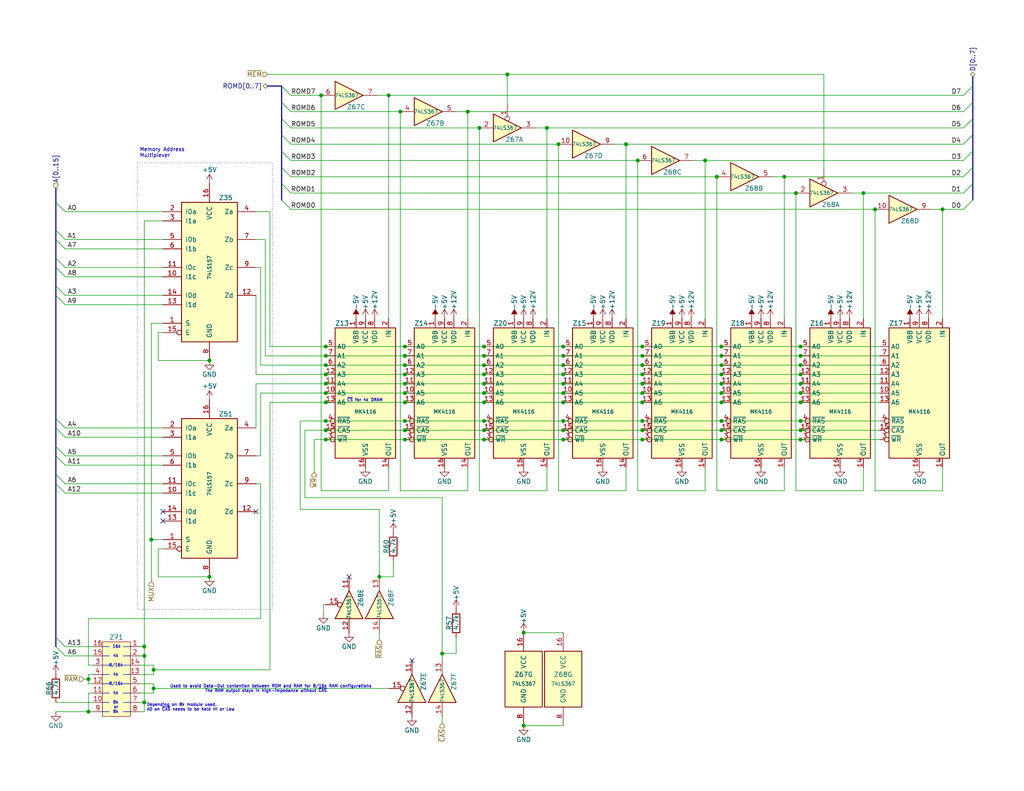
<source format=kicad_sch>
(kicad_sch (version 20230121) (generator eeschema)
  (paper "USLetter")
  (title_block (title "TRS-80 Model I") (date "2023-10-24") (rev "G") (company "RetroStack - Marcel Erz") (comment 2 "RAM and data-bus gating") (comment 4 "RAM"))
  (lib_symbols
    (symbol "74xx:74LS157" (pin_names (offset 1.016))
      (property "Reference" "U" (at -7.62 19.05 0))
      (property "Value" "74LS157" (at -7.62 -21.59 0))
      (symbol "74LS157_1_0"
        (pin input line (at -12.7 -15.24 0) (length 5.08) (name "S") (number "1"))
        (pin input line (at -12.7 -2.54 0) (length 5.08) (name "I1c") (number "10"))
        (pin input line (at -12.7 0 0) (length 5.08) (name "I0c") (number "11"))
        (pin output line (at 12.7 -7.62 180) (length 5.08) (name "Zd") (number "12"))
        (pin input line (at -12.7 -10.16 0) (length 5.08) (name "I1d") (number "13"))
        (pin input line (at -12.7 -7.62 0) (length 5.08) (name "I0d") (number "14"))
        (pin input inverted (at -12.7 -17.78 0) (length 5.08) (name "E") (number "15"))
        (pin power_in line (at 0 22.86 270) (length 5.08) (name "VCC") (number "16"))
        (pin input line (at -12.7 15.24 0) (length 5.08) (name "I0a") (number "2"))
        (pin input line (at -12.7 12.7 0) (length 5.08) (name "I1a") (number "3"))
        (pin output line (at 12.7 15.24 180) (length 5.08) (name "Za") (number "4"))
        (pin input line (at -12.7 7.62 0) (length 5.08) (name "I0b") (number "5"))
        (pin input line (at -12.7 5.08 0) (length 5.08) (name "I1b") (number "6"))
        (pin output line (at 12.7 7.62 180) (length 5.08) (name "Zb") (number "7"))
        (pin power_in line (at 0 -25.4 90) (length 5.08) (name "GND") (number "8"))
        (pin output line (at 12.7 0 180) (length 5.08) (name "Zc") (number "9"))
      )
      (symbol "74LS157_1_1"
        (rectangle (start -7.62 17.78) (end 7.62 -20.32) (stroke (width 0.254)) (fill (type background)))
      )
    )
    (symbol "Device:R" (pin_numbers hide) (pin_names (offset 0))
      (property "Reference" "R" (at 2.032 0 90))
      (property "Value" "R" (at 0 0 90))
      (symbol "R_0_1"
        (rectangle (start -1.016 -2.54) (end 1.016 2.54) (stroke (width 0.254)))
      )
      (symbol "R_1_1"
        (pin passive line (at 0 3.81 270) (length 1.27) (name "~") (number "1"))
        (pin passive line (at 0 -3.81 90) (length 1.27) (name "~") (number "2"))
      )
    )
    (symbol "RetroStackLibrary:4116"
      (property "Reference" "U" (at 0 0 0))
      (property "Value" "MK4116" (at 0 0 0))
      (symbol "4116_1_1"
        (rectangle (start -8.255 -4.445) (end 8.255 -40.005) (stroke (width 0.254)) (fill (type background)))
        (pin power_in line (at -2.54 -1.905 270) (length 2.54) (name "VBB") (number "1"))
        (pin input line (at -10.795 -22.225 0) (length 2.54) (name "A5") (number "10"))
        (pin input line (at -10.795 -19.685 0) (length 2.54) (name "A4") (number "11"))
        (pin input line (at -10.795 -17.145 0) (length 2.54) (name "A3") (number "12"))
        (pin input line (at -10.795 -24.765 0) (length 2.54) (name "A6") (number "13"))
        (pin tri_state line (at 6.35 -42.545 90) (length 2.54) (name "OUT") (number "14"))
        (pin input inverted (at -10.795 -32.385 0) (length 2.54) (name "~{CAS}") (number "15"))
        (pin power_in line (at 0 -42.545 90) (length 2.54) (name "VSS") (number "16"))
        (pin input line (at 6.35 -1.905 270) (length 2.54) (name "IN") (number "2"))
        (pin input inverted (at -10.795 -34.925 0) (length 2.54) (name "~{WR}") (number "3"))
        (pin input inverted (at -10.795 -29.845 0) (length 2.54) (name "~{RAS}") (number "4"))
        (pin input line (at -10.795 -9.525 0) (length 2.54) (name "A0") (number "5"))
        (pin input line (at -10.795 -14.605 0) (length 2.54) (name "A2") (number "6"))
        (pin input line (at -10.795 -12.065 0) (length 2.54) (name "A1") (number "7"))
        (pin power_in line (at 2.54 -1.905 270) (length 2.54) (name "VDD") (number "8"))
        (pin power_in line (at 0 -1.905 270) (length 2.54) (name "VCC") (number "9"))
      )
    )
    (symbol "RetroStackLibrary:74LS367_Split" (pin_names (offset 1.016))
      (property "Reference" "U" (at 0 1.27 0))
      (property "Value" "74LS367" (at 0 -1.27 0))
      (symbol "74LS367_Split_1_0"
        (polyline (pts (xy -3.81 3.81) (xy -3.81 -3.81) (xy 3.81 0) (xy -3.81 3.81)) (stroke (width 0.254)) (fill (type background)))
        (pin input inverted (at 0 6.35 270) (length 4.445) (name "~") (number "1"))
        (pin input line (at -7.62 0 0) (length 3.81) (name "~") (number "2"))
        (pin tri_state line (at 7.62 0 180) (length 3.81) (name "~") (number "3"))
      )
      (symbol "74LS367_Split_2_0"
        (polyline (pts (xy -3.81 3.81) (xy -3.81 -3.81) (xy 3.81 0) (xy -3.81 3.81)) (stroke (width 0.254)) (fill (type background)))
        (pin input line (at -7.62 0 0) (length 3.81) (name "~") (number "4"))
        (pin tri_state line (at 7.62 0 180) (length 3.81) (name "~") (number "5"))
      )
      (symbol "74LS367_Split_3_0"
        (polyline (pts (xy -3.81 3.81) (xy -3.81 -3.81) (xy 3.81 0) (xy -3.81 3.81)) (stroke (width 0.254)) (fill (type background)))
        (pin input line (at -7.62 0 0) (length 3.81) (name "~") (number "6"))
        (pin tri_state line (at 7.62 0 180) (length 3.81) (name "~") (number "7"))
      )
      (symbol "74LS367_Split_4_0"
        (polyline (pts (xy -3.81 3.81) (xy -3.81 -3.81) (xy 3.81 0) (xy -3.81 3.81)) (stroke (width 0.254)) (fill (type background)))
        (pin input line (at -7.62 0 0) (length 3.81) (name "~") (number "10"))
        (pin tri_state line (at 7.62 0 180) (length 3.81) (name "~") (number "9"))
      )
      (symbol "74LS367_Split_5_0"
        (polyline (pts (xy -3.175 -2.54) (xy -3.175 -10.16) (xy 4.445 -6.35) (xy -3.175 -2.54)) (stroke (width 0.254)) (fill (type background)))
        (pin tri_state line (at 8.255 -6.35 180) (length 3.81) (name "~") (number "11"))
        (pin input line (at -6.985 -6.35 0) (length 3.81) (name "~") (number "12"))
        (pin input inverted (at 0.635 0 270) (length 4.445) (name "~") (number "15"))
      )
      (symbol "74LS367_Split_6_0"
        (polyline (pts (xy -3.81 3.81) (xy -3.81 -3.81) (xy 3.81 0) (xy -3.81 3.81)) (stroke (width 0.254)) (fill (type background)))
        (pin tri_state line (at 7.62 0 180) (length 3.81) (name "~") (number "13"))
        (pin input line (at -7.62 0 0) (length 3.81) (name "~") (number "14"))
      )
      (symbol "74LS367_Split_7_0"
        (pin power_in line (at 0 1.905 270) (length 5.08) (name "VCC") (number "16"))
        (pin power_in line (at 0 -23.495 90) (length 5.08) (name "GND") (number "8"))
      )
      (symbol "74LS367_Split_7_1"
        (rectangle (start -5.08 -3.175) (end 5.08 -18.415) (stroke (width 0.254)) (fill (type background)))
      )
    )
    (symbol "RetroStackLibrary:TRS80ModelIX71"
      (property "Reference" "X" (at 0 0 0))
      (symbol "TRS80ModelIX71_1_1"
        (rectangle (start -3.81 -1.27) (end 3.81 -21.59) (fill (type background)))
        (pin passive line (at 6.35 -2.54 180) (length 2.54) (name "~") (number "1"))
        (pin passive line (at -6.35 -17.78 0) (length 2.54) (name "~") (number "10"))
        (pin passive line (at -6.35 -15.24 0) (length 2.54) (name "~") (number "11"))
        (pin passive line (at -6.35 -12.7 0) (length 2.54) (name "~") (number "12"))
        (pin passive line (at 6.35 -10.16 180) (length 2.54) (name "~") (number "13"))
        (pin passive line (at 6.35 -7.62 180) (length 2.54) (name "~") (number "14"))
        (pin passive line (at -6.35 -5.08 0) (length 2.54) (name "~") (number "15"))
        (pin passive line (at -6.35 -2.54 0) (length 2.54) (name "~") (number "16"))
        (pin passive line (at 6.35 -5.08 180) (length 2.54) (name "~") (number "2"))
        (pin passive line (at -6.35 -7.62 0) (length 2.54) (name "~") (number "3"))
        (pin passive line (at -6.35 -10.16 0) (length 2.54) (name "~") (number "4"))
        (pin passive line (at 6.35 -12.7 180) (length 2.54) (name "~") (number "5"))
        (pin passive line (at 6.35 -15.24 180) (length 2.54) (name "~") (number "6"))
        (pin passive line (at 6.35 -17.78 180) (length 2.54) (name "~") (number "7"))
        (pin passive line (at 6.35 -20.32 180) (length 2.54) (name "~") (number "8"))
        (pin passive line (at -6.35 -20.32 0) (length 2.54) (name "~") (number "9"))
      )
    )
    (symbol "power:+12V" (power) (pin_names (offset 0))
      (property "Value" "+12V" (at 0 3.556 0))
      (symbol "+12V_0_1"
        (polyline (pts (xy -0.762 1.27) (xy 0 2.54)))
        (polyline (pts (xy 0 0) (xy 0 2.54)))
        (polyline (pts (xy 0 2.54) (xy 0.762 1.27)))
      )
      (symbol "+12V_1_1"
        (pin power_in line (at 0 0 90) (length 0) hide (name "+12V") (number "1"))
      )
    )
    (symbol "power:+5V" (power) (pin_names (offset 0))
      (property "Value" "+5V" (at 0 3.556 0))
      (symbol "+5V_0_1"
        (polyline (pts (xy -0.762 1.27) (xy 0 2.54)))
        (polyline (pts (xy 0 0) (xy 0 2.54)))
        (polyline (pts (xy 0 2.54) (xy 0.762 1.27)))
      )
      (symbol "+5V_1_1"
        (pin power_in line (at 0 0 90) (length 0) hide (name "+5V") (number "1"))
      )
    )
    (symbol "power:-5V" (power) (pin_names (offset 0))
      (property "Value" "-5V" (at 0 3.81 0))
      (symbol "-5V_0_0"
        (pin power_in line (at 0 0 90) (length 0) hide (name "-5V") (number "1"))
      )
      (symbol "-5V_0_1"
        (polyline (pts (xy 0 0) (xy 0 1.27) (xy 0.762 1.27) (xy 0 2.54) (xy -0.762 1.27) (xy 0 1.27)) (fill (type outline)))
      )
    )
    (symbol "power:GND" (power) (pin_names (offset 0))
      (property "Value" "GND" (at 0 -3.81 0))
      (symbol "GND_0_1"
        (polyline (pts (xy 0 0) (xy 0 -1.27) (xy 1.27 -1.27) (xy 0 -2.54) (xy -1.27 -1.27) (xy 0 -1.27)))
      )
      (symbol "GND_1_1"
        (pin power_in line (at 0 0 270) (length 0) hide (name "GND") (number "1"))
      )
    )
  )
  (junction (at 103.505 157.48))
  (junction (at 110.49 94.615))
  (junction (at 175.26 94.615))
  (junction (at 41.275 147.32))
  (junction (at 153.67 99.695))
  (junction (at 175.26 120.015))
  (junction (at 132.08 117.475))
  (junction (at 173.99 43.815))
  (junction (at 110.49 120.015))
  (junction (at 88.9 102.235))
  (junction (at 196.85 99.695))
  (junction (at 57.15 98.425))
  (junction (at 235.585 52.705))
  (junction (at 132.08 104.775))
  (junction (at 88.9 107.315))
  (junction (at 218.44 114.935))
  (junction (at 153.67 104.775))
  (junction (at 218.44 120.015))
  (junction (at 196.85 120.015))
  (junction (at 127.635 30.48))
  (junction (at 106.045 26.035))
  (junction (at 132.08 107.315))
  (junction (at 175.26 102.235))
  (junction (at 120.65 178.435))
  (junction (at 196.85 109.855))
  (junction (at 175.26 109.855))
  (junction (at 110.49 104.775))
  (junction (at 132.08 102.235))
  (junction (at 132.08 97.155))
  (junction (at 88.9 97.155))
  (junction (at 110.49 97.155))
  (junction (at 39.37 176.53))
  (junction (at 24.13 194.31))
  (junction (at 149.225 34.925))
  (junction (at 41.91 182.88))
  (junction (at 138.43 20.32))
  (junction (at 175.26 99.695))
  (junction (at 153.67 94.615))
  (junction (at 132.08 109.855))
  (junction (at 218.44 107.315))
  (junction (at 170.815 39.37))
  (junction (at 218.44 99.695))
  (junction (at 196.85 114.935))
  (junction (at 88.9 117.475))
  (junction (at 88.9 109.855))
  (junction (at 153.67 117.475))
  (junction (at 152.4 39.37))
  (junction (at 195.58 48.26))
  (junction (at 39.37 179.07))
  (junction (at 217.17 52.705))
  (junction (at 257.175 57.15))
  (junction (at 175.26 114.935))
  (junction (at 130.81 34.925))
  (junction (at 110.49 107.315))
  (junction (at 175.26 117.475))
  (junction (at 218.44 94.615))
  (junction (at 132.08 94.615))
  (junction (at 24.13 185.42))
  (junction (at 192.405 43.815))
  (junction (at 87.63 26.035))
  (junction (at 110.49 102.235))
  (junction (at 218.44 117.475))
  (junction (at 175.26 107.315))
  (junction (at 142.875 198.12))
  (junction (at 213.995 48.26))
  (junction (at 175.26 104.775))
  (junction (at 153.67 109.855))
  (junction (at 153.67 114.935))
  (junction (at 218.44 104.775))
  (junction (at 196.85 104.775))
  (junction (at 110.49 117.475))
  (junction (at 132.08 99.695))
  (junction (at 175.26 97.155))
  (junction (at 196.85 117.475))
  (junction (at 88.9 104.775))
  (junction (at 39.37 191.77))
  (junction (at 153.67 120.015))
  (junction (at 153.67 97.155))
  (junction (at 196.85 102.235))
  (junction (at 110.49 114.935))
  (junction (at 41.91 187.96))
  (junction (at 196.85 94.615))
  (junction (at 142.875 172.72))
  (junction (at 218.44 102.235))
  (junction (at 88.9 114.935))
  (junction (at 238.76 57.15))
  (junction (at 153.67 102.235))
  (junction (at 109.22 30.48))
  (junction (at 88.9 99.695))
  (junction (at 218.44 109.855))
  (junction (at 196.85 107.315))
  (junction (at 88.9 120.015))
  (junction (at 132.08 114.935))
  (junction (at 110.49 99.695))
  (junction (at 57.15 157.48))
  (junction (at 88.9 94.615))
  (junction (at 218.44 97.155))
  (junction (at 196.85 97.155))
  (junction (at 110.49 109.855))
  (junction (at 132.08 120.015))
  (junction (at 153.67 107.315))
  (no_connect (at 95.25 157.48))
  (no_connect (at 44.45 139.7))
  (no_connect (at 69.85 139.7))
  (no_connect (at 112.395 180.34))
  (no_connect (at 44.45 142.24))
  (bus_entry (at 17.78 75.565) (size -2.54 -2.54))
  (bus_entry (at 17.78 73.025) (size -2.54 -2.54))
  (bus_entry (at 17.78 124.46) (size -2.54 -2.54))
  (bus_entry (at 262.89 26.035) (size 2.54 -2.54))
  (bus_entry (at 17.78 80.645) (size -2.54 -2.54))
  (bus_entry (at 262.89 43.815) (size 2.54 -2.54))
  (bus_entry (at 17.78 179.07) (size -2.54 -2.54))
  (bus_entry (at 76.835 32.385) (size 2.54 2.54))
  (bus_entry (at 79.375 26.035) (size -2.54 -2.54))
  (bus_entry (at 17.78 176.53) (size -2.54 -2.54))
  (bus_entry (at 17.78 119.38) (size -2.54 -2.54))
  (bus_entry (at 262.89 52.705) (size 2.54 -2.54))
  (bus_entry (at 17.78 83.185) (size -2.54 -2.54))
  (bus_entry (at 17.78 67.945) (size -2.54 -2.54))
  (bus_entry (at 17.78 127) (size -2.54 -2.54))
  (bus_entry (at 17.78 116.84) (size -2.54 -2.54))
  (bus_entry (at 262.89 30.48) (size 2.54 -2.54))
  (bus_entry (at 17.78 57.785) (size -2.54 -2.54))
  (bus_entry (at 76.835 27.94) (size 2.54 2.54))
  (bus_entry (at 17.78 65.405) (size -2.54 -2.54))
  (bus_entry (at 17.78 134.62) (size -2.54 -2.54))
  (bus_entry (at 76.835 54.61) (size 2.54 2.54))
  (bus_entry (at 76.835 50.165) (size 2.54 2.54))
  (bus_entry (at 76.835 45.72) (size 2.54 2.54))
  (bus_entry (at 17.78 132.08) (size -2.54 -2.54))
  (bus_entry (at 262.89 39.37) (size 2.54 -2.54))
  (bus_entry (at 76.835 41.275) (size 2.54 2.54))
  (bus_entry (at 262.89 34.925) (size 2.54 -2.54))
  (bus_entry (at 262.89 48.26) (size 2.54 -2.54))
  (bus_entry (at 76.835 36.83) (size 2.54 2.54))
  (bus_entry (at 262.89 57.15) (size 2.54 -2.54))
  (wire (pts (xy 110.49 97.155) (xy 132.08 97.155)))
  (wire (pts (xy 88.9 107.315) (xy 110.49 107.315)))
  (wire (pts (xy 73.66 109.855) (xy 73.66 182.88)))
  (wire (pts (xy 224.79 20.32) (xy 138.43 20.32)))
  (wire (pts (xy 72.39 65.405) (xy 72.39 97.155)))
  (wire (pts (xy 153.67 97.155) (xy 175.26 97.155)))
  (wire (pts (xy 152.4 133.985) (xy 152.4 39.37)))
  (wire (pts (xy 106.045 26.035) (xy 262.89 26.035)))
  (wire (pts (xy 72.39 97.155) (xy 88.9 97.155)))
  (wire (pts (xy 218.44 117.475) (xy 240.03 117.475)))
  (bus (pts (xy 265.43 54.61) (xy 265.43 50.165)))
  (wire (pts (xy 69.85 104.775) (xy 88.9 104.775)))
  (wire (pts (xy 39.37 176.53) (xy 39.37 179.07)))
  (wire (pts (xy 24.13 185.42) (xy 24.13 184.15)))
  (wire (pts (xy 257.175 127.635) (xy 257.175 133.985)))
  (wire (pts (xy 79.375 34.925) (xy 130.81 34.925)))
  (wire (pts (xy 39.37 60.325) (xy 39.37 176.53)))
  (wire (pts (xy 69.85 57.785) (xy 73.66 57.785)))
  (wire (pts (xy 69.85 102.235) (xy 88.9 102.235)))
  (wire (pts (xy 85.725 128.905) (xy 85.725 120.015)))
  (bus (pts (xy 265.43 50.165) (xy 265.43 45.72)))
  (wire (pts (xy 38.1 194.31) (xy 39.37 194.31)))
  (wire (pts (xy 232.41 52.705) (xy 235.585 52.705)))
  (wire (pts (xy 69.85 73.025) (xy 71.12 73.025)))
  (wire (pts (xy 81.915 114.935) (xy 88.9 114.935)))
  (wire (pts (xy 79.375 48.26) (xy 195.58 48.26)))
  (wire (pts (xy 224.79 46.355) (xy 224.79 20.32)))
  (wire (pts (xy 41.91 182.88) (xy 73.66 182.88)))
  (wire (pts (xy 41.91 181.61) (xy 41.91 182.88)))
  (wire (pts (xy 175.26 120.015) (xy 196.85 120.015)))
  (wire (pts (xy 175.26 117.475) (xy 196.85 117.475)))
  (wire (pts (xy 41.91 189.23) (xy 38.1 189.23)))
  (wire (pts (xy 213.995 48.26) (xy 262.89 48.26)))
  (wire (pts (xy 110.49 99.695) (xy 132.08 99.695)))
  (wire (pts (xy 142.875 172.72) (xy 153.67 172.72)))
  (wire (pts (xy 146.05 34.925) (xy 149.225 34.925)))
  (wire (pts (xy 175.26 97.155) (xy 196.85 97.155)))
  (wire (pts (xy 110.49 114.935) (xy 132.08 114.935)))
  (wire (pts (xy 196.85 102.235) (xy 218.44 102.235)))
  (wire (pts (xy 17.78 119.38) (xy 44.45 119.38)))
  (wire (pts (xy 132.08 120.015) (xy 153.67 120.015)))
  (wire (pts (xy 120.65 178.435) (xy 120.65 180.34)))
  (wire (pts (xy 170.815 39.37) (xy 170.815 86.995)))
  (bus (pts (xy 15.24 173.99) (xy 15.24 132.08)))
  (polyline (pts (xy 33.655 181.61) (xy 35.56 181.61)))
  (polyline (pts (xy 33.655 176.53) (xy 35.56 176.53)))
  (wire (pts (xy 88.9 104.775) (xy 110.49 104.775)))
  (wire (pts (xy 41.275 147.32) (xy 44.45 147.32)))
  (wire (pts (xy 175.26 114.935) (xy 196.85 114.935)))
  (wire (pts (xy 110.49 104.775) (xy 132.08 104.775)))
  (wire (pts (xy 38.1 186.69) (xy 41.91 186.69)))
  (wire (pts (xy 218.44 114.935) (xy 240.03 114.935)))
  (wire (pts (xy 127.635 133.985) (xy 109.22 133.985)))
  (wire (pts (xy 153.67 104.775) (xy 175.26 104.775)))
  (wire (pts (xy 88.265 165.1) (xy 88.9 165.1)))
  (wire (pts (xy 196.85 107.315) (xy 218.44 107.315)))
  (wire (pts (xy 22.86 185.42) (xy 24.13 185.42)))
  (wire (pts (xy 38.1 181.61) (xy 41.91 181.61)))
  (wire (pts (xy 17.78 83.185) (xy 44.45 83.185)))
  (wire (pts (xy 103.505 139.065) (xy 81.915 139.065)))
  (wire (pts (xy 69.85 80.645) (xy 69.85 102.235)))
  (bus (pts (xy 15.24 78.105) (xy 15.24 73.025)))
  (wire (pts (xy 15.24 191.77) (xy 25.4 191.77)))
  (bus (pts (xy 76.835 32.385) (xy 76.835 27.94)))
  (wire (pts (xy 127.635 127.635) (xy 127.635 133.985)))
  (bus (pts (xy 76.835 45.72) (xy 76.835 41.275)))
  (wire (pts (xy 192.405 43.815) (xy 262.89 43.815)))
  (wire (pts (xy 85.725 120.015) (xy 88.9 120.015)))
  (wire (pts (xy 120.65 135.89) (xy 120.65 178.435)))
  (bus (pts (xy 15.24 80.645) (xy 15.24 78.105)))
  (wire (pts (xy 41.91 187.96) (xy 41.91 189.23)))
  (wire (pts (xy 218.44 104.775) (xy 240.03 104.775)))
  (wire (pts (xy 132.08 114.935) (xy 153.67 114.935)))
  (polyline (pts (xy 33.655 186.69) (xy 35.56 186.69)))
  (wire (pts (xy 17.78 67.945) (xy 44.45 67.945)))
  (wire (pts (xy 43.18 90.805) (xy 44.45 90.805)))
  (wire (pts (xy 218.44 99.695) (xy 240.03 99.695)))
  (wire (pts (xy 132.08 109.855) (xy 153.67 109.855)))
  (bus (pts (xy 15.24 116.84) (xy 15.24 114.3)))
  (wire (pts (xy 79.375 30.48) (xy 109.22 30.48)))
  (bus (pts (xy 15.24 114.3) (xy 15.24 80.645)))
  (wire (pts (xy 192.405 43.815) (xy 192.405 86.995)))
  (wire (pts (xy 71.12 73.025) (xy 71.12 99.695)))
  (wire (pts (xy 102.87 26.035) (xy 106.045 26.035)))
  (wire (pts (xy 196.85 99.695) (xy 218.44 99.695)))
  (wire (pts (xy 73.66 57.785) (xy 73.66 94.615)))
  (wire (pts (xy 17.78 65.405) (xy 44.45 65.405)))
  (wire (pts (xy 189.23 43.815) (xy 192.405 43.815)))
  (bus (pts (xy 265.43 32.385) (xy 265.43 27.94)))
  (bus (pts (xy 15.24 124.46) (xy 15.24 129.54)))
  (wire (pts (xy 213.995 133.985) (xy 195.58 133.985)))
  (wire (pts (xy 17.78 80.645) (xy 44.45 80.645)))
  (wire (pts (xy 175.26 104.775) (xy 196.85 104.775)))
  (wire (pts (xy 170.815 127.635) (xy 170.815 133.985)))
  (wire (pts (xy 192.405 127.635) (xy 192.405 133.985)))
  (bus (pts (xy 15.24 65.405) (xy 15.24 62.865)))
  (polyline (pts (xy 33.655 191.77) (xy 35.56 191.77)))
  (wire (pts (xy 43.18 157.48) (xy 57.15 157.48)))
  (wire (pts (xy 24.13 181.61) (xy 25.4 181.61)))
  (wire (pts (xy 149.225 127.635) (xy 149.225 133.985)))
  (wire (pts (xy 17.78 124.46) (xy 44.45 124.46)))
  (wire (pts (xy 106.045 26.035) (xy 106.045 86.995)))
  (wire (pts (xy 175.26 109.855) (xy 196.85 109.855)))
  (wire (pts (xy 132.08 104.775) (xy 153.67 104.775)))
  (polyline (pts (xy 33.655 189.23) (xy 35.56 189.23)))
  (wire (pts (xy 88.9 109.855) (xy 110.49 109.855)))
  (wire (pts (xy 103.505 174.625) (xy 103.505 172.72)))
  (wire (pts (xy 213.995 127.635) (xy 213.995 133.985)))
  (wire (pts (xy 110.49 102.235) (xy 132.08 102.235)))
  (wire (pts (xy 39.37 179.07) (xy 39.37 191.77)))
  (wire (pts (xy 38.1 179.07) (xy 39.37 179.07)))
  (wire (pts (xy 132.08 94.615) (xy 153.67 94.615)))
  (wire (pts (xy 17.78 75.565) (xy 44.45 75.565)))
  (bus (pts (xy 15.24 132.08) (xy 15.24 129.54)))
  (wire (pts (xy 127.635 30.48) (xy 262.89 30.48)))
  (wire (pts (xy 17.78 176.53) (xy 25.4 176.53)))
  (wire (pts (xy 110.49 94.615) (xy 132.08 94.615)))
  (wire (pts (xy 132.08 99.695) (xy 153.67 99.695)))
  (wire (pts (xy 88.9 99.695) (xy 110.49 99.695)))
  (wire (pts (xy 17.78 57.785) (xy 44.45 57.785)))
  (wire (pts (xy 110.49 120.015) (xy 132.08 120.015)))
  (wire (pts (xy 196.85 109.855) (xy 218.44 109.855)))
  (wire (pts (xy 218.44 107.315) (xy 240.03 107.315)))
  (wire (pts (xy 196.85 94.615) (xy 218.44 94.615)))
  (wire (pts (xy 39.37 191.77) (xy 38.1 191.77)))
  (wire (pts (xy 88.9 117.475) (xy 83.185 117.475)))
  (wire (pts (xy 103.505 157.48) (xy 103.505 139.065)))
  (bus (pts (xy 76.835 27.94) (xy 76.835 23.495)))
  (wire (pts (xy 218.44 97.155) (xy 240.03 97.155)))
  (wire (pts (xy 109.22 133.985) (xy 109.22 30.48)))
  (wire (pts (xy 132.08 97.155) (xy 153.67 97.155)))
  (wire (pts (xy 196.85 114.935) (xy 218.44 114.935)))
  (wire (pts (xy 88.9 114.935) (xy 110.49 114.935)))
  (wire (pts (xy 88.9 97.155) (xy 110.49 97.155)))
  (wire (pts (xy 24.13 189.23) (xy 24.13 194.31)))
  (wire (pts (xy 149.225 133.985) (xy 130.81 133.985)))
  (wire (pts (xy 138.43 28.575) (xy 138.43 20.32)))
  (wire (pts (xy 79.375 26.035) (xy 87.63 26.035)))
  (bus (pts (xy 15.24 124.46) (xy 15.24 121.92)))
  (wire (pts (xy 43.18 149.86) (xy 44.45 149.86)))
  (wire (pts (xy 24.13 168.91) (xy 24.13 181.61)))
  (wire (pts (xy 110.49 109.855) (xy 132.08 109.855)))
  (wire (pts (xy 69.85 132.08) (xy 71.12 132.08)))
  (wire (pts (xy 149.225 34.925) (xy 149.225 86.995)))
  (polyline (pts (xy 27.94 191.77) (xy 29.845 191.77)))
  (wire (pts (xy 38.1 176.53) (xy 39.37 176.53)))
  (bus (pts (xy 265.43 36.83) (xy 265.43 32.385)))
  (wire (pts (xy 88.9 94.615) (xy 110.49 94.615)))
  (wire (pts (xy 71.12 168.91) (xy 24.13 168.91)))
  (wire (pts (xy 124.46 178.435) (xy 120.65 178.435)))
  (wire (pts (xy 17.78 127) (xy 44.45 127)))
  (wire (pts (xy 235.585 52.705) (xy 235.585 86.995)))
  (wire (pts (xy 170.815 39.37) (xy 262.89 39.37)))
  (wire (pts (xy 79.375 43.815) (xy 173.99 43.815)))
  (bus (pts (xy 15.24 65.405) (xy 15.24 70.485)))
  (wire (pts (xy 88.9 117.475) (xy 110.49 117.475)))
  (polyline (pts (xy 27.94 181.61) (xy 29.845 181.61)))
  (wire (pts (xy 71.12 132.08) (xy 71.12 168.91)))
  (wire (pts (xy 41.275 147.32) (xy 41.275 158.75)))
  (bus (pts (xy 265.43 23.495) (xy 265.43 20.955)))
  (wire (pts (xy 24.13 185.42) (xy 24.13 186.69)))
  (wire (pts (xy 153.67 120.015) (xy 175.26 120.015)))
  (polyline (pts (xy 27.94 189.23) (xy 29.845 189.23)))
  (bus (pts (xy 15.24 173.99) (xy 15.24 176.53)))
  (wire (pts (xy 170.815 133.985) (xy 152.4 133.985)))
  (wire (pts (xy 254 57.15) (xy 257.175 57.15)))
  (wire (pts (xy 39.37 194.31) (xy 39.37 191.77)))
  (wire (pts (xy 17.78 73.025) (xy 44.45 73.025)))
  (wire (pts (xy 124.46 173.99) (xy 124.46 178.435)))
  (wire (pts (xy 153.67 94.615) (xy 175.26 94.615)))
  (wire (pts (xy 43.18 98.425) (xy 57.15 98.425)))
  (bus (pts (xy 76.835 50.165) (xy 76.835 45.72)))
  (wire (pts (xy 83.185 135.89) (xy 120.65 135.89)))
  (wire (pts (xy 69.85 124.46) (xy 71.12 124.46)))
  (polyline (pts (xy 33.655 184.15) (xy 35.56 184.15)))
  (wire (pts (xy 175.26 99.695) (xy 196.85 99.695)))
  (polyline (pts (xy 27.94 176.53) (xy 29.845 176.53)))
  (bus (pts (xy 15.24 73.025) (xy 15.24 70.485)))
  (wire (pts (xy 175.26 107.315) (xy 196.85 107.315)))
  (wire (pts (xy 257.175 57.15) (xy 257.175 86.995)))
  (wire (pts (xy 17.78 179.07) (xy 25.4 179.07)))
  (bus (pts (xy 265.43 41.275) (xy 265.43 36.83)))
  (wire (pts (xy 110.49 117.475) (xy 132.08 117.475)))
  (wire (pts (xy 210.82 48.26) (xy 213.995 48.26)))
  (polyline (pts (xy 33.655 179.07) (xy 35.56 179.07)))
  (wire (pts (xy 213.995 48.26) (xy 213.995 86.995)))
  (wire (pts (xy 43.18 90.805) (xy 43.18 98.425)))
  (wire (pts (xy 24.13 194.31) (xy 25.4 194.31)))
  (wire (pts (xy 196.85 120.015) (xy 218.44 120.015)))
  (wire (pts (xy 71.12 107.315) (xy 88.9 107.315)))
  (wire (pts (xy 130.81 133.985) (xy 130.81 34.925)))
  (wire (pts (xy 127.635 30.48) (xy 127.635 86.995)))
  (wire (pts (xy 257.175 133.985) (xy 238.76 133.985)))
  (wire (pts (xy 17.78 134.62) (xy 44.45 134.62)))
  (wire (pts (xy 153.67 107.315) (xy 175.26 107.315)))
  (wire (pts (xy 124.46 30.48) (xy 127.635 30.48)))
  (wire (pts (xy 79.375 52.705) (xy 217.17 52.705)))
  (bus (pts (xy 76.835 41.275) (xy 76.835 36.83)))
  (wire (pts (xy 88.265 167.64) (xy 88.265 165.1)))
  (bus (pts (xy 15.24 62.865) (xy 15.24 55.245)))
  (wire (pts (xy 132.08 107.315) (xy 153.67 107.315)))
  (wire (pts (xy 71.12 99.695) (xy 88.9 99.695)))
  (polyline (pts (xy 27.94 186.69) (xy 29.845 186.69)))
  (wire (pts (xy 41.91 187.96) (xy 41.91 186.69)))
  (wire (pts (xy 73.66 94.615) (xy 88.9 94.615)))
  (bus (pts (xy 265.43 27.94) (xy 265.43 23.495)))
  (wire (pts (xy 107.315 153.035) (xy 107.315 157.48)))
  (wire (pts (xy 81.915 139.065) (xy 81.915 114.935)))
  (wire (pts (xy 153.67 114.935) (xy 175.26 114.935)))
  (polyline (pts (xy 27.94 184.15) (xy 29.845 184.15)))
  (wire (pts (xy 132.08 117.475) (xy 153.67 117.475)))
  (wire (pts (xy 69.85 116.84) (xy 69.85 104.775)))
  (wire (pts (xy 175.26 102.235) (xy 196.85 102.235)))
  (wire (pts (xy 44.45 88.265) (xy 41.275 88.265)))
  (wire (pts (xy 167.64 39.37) (xy 170.815 39.37)))
  (wire (pts (xy 218.44 109.855) (xy 240.03 109.855)))
  (polyline (pts (xy 27.94 179.07) (xy 29.845 179.07)))
  (wire (pts (xy 196.85 117.475) (xy 218.44 117.475)))
  (wire (pts (xy 106.045 127.635) (xy 106.045 133.985)))
  (wire (pts (xy 235.585 52.705) (xy 262.89 52.705)))
  (wire (pts (xy 41.91 187.96) (xy 106.045 187.96)))
  (bus (pts (xy 265.43 45.72) (xy 265.43 41.275)))
  (wire (pts (xy 110.49 107.315) (xy 132.08 107.315)))
  (wire (pts (xy 149.225 34.925) (xy 262.89 34.925)))
  (polyline (pts (xy 27.94 194.31) (xy 29.845 194.31)))
  (wire (pts (xy 195.58 133.985) (xy 195.58 48.26)))
  (polyline (pts (xy 33.655 194.31) (xy 35.56 194.31)))
  (bus (pts (xy 15.24 55.245) (xy 15.24 51.435)))
  (wire (pts (xy 41.91 184.15) (xy 38.1 184.15)))
  (wire (pts (xy 153.67 117.475) (xy 175.26 117.475)))
  (wire (pts (xy 39.37 60.325) (xy 44.45 60.325)))
  (wire (pts (xy 43.18 149.86) (xy 43.18 157.48)))
  (wire (pts (xy 120.65 197.485) (xy 120.65 195.58)))
  (wire (pts (xy 153.67 99.695) (xy 175.26 99.695)))
  (wire (pts (xy 218.44 120.015) (xy 240.03 120.015)))
  (bus (pts (xy 76.835 36.83) (xy 76.835 32.385)))
  (wire (pts (xy 218.44 102.235) (xy 240.03 102.235)))
  (wire (pts (xy 69.85 65.405) (xy 72.39 65.405)))
  (wire (pts (xy 17.78 116.84) (xy 44.45 116.84)))
  (wire (pts (xy 196.85 104.775) (xy 218.44 104.775)))
  (wire (pts (xy 24.13 186.69) (xy 25.4 186.69)))
  (wire (pts (xy 41.275 88.265) (xy 41.275 147.32)))
  (wire (pts (xy 238.76 133.985) (xy 238.76 57.15)))
  (wire (pts (xy 73.66 109.855) (xy 88.9 109.855)))
  (wire (pts (xy 107.315 157.48) (xy 103.505 157.48)))
  (wire (pts (xy 88.9 102.235) (xy 110.49 102.235)))
  (wire (pts (xy 153.67 109.855) (xy 175.26 109.855)))
  (wire (pts (xy 132.08 102.235) (xy 153.67 102.235)))
  (wire (pts (xy 257.175 57.15) (xy 262.89 57.15)))
  (wire (pts (xy 79.375 39.37) (xy 152.4 39.37)))
  (wire (pts (xy 71.12 124.46) (xy 71.12 107.315)))
  (wire (pts (xy 79.375 57.15) (xy 238.76 57.15)))
  (wire (pts (xy 196.85 97.155) (xy 218.44 97.155)))
  (wire (pts (xy 153.67 102.235) (xy 175.26 102.235)))
  (wire (pts (xy 25.4 184.15) (xy 24.13 184.15)))
  (bus (pts (xy 73.025 23.495) (xy 76.835 23.495)))
  (wire (pts (xy 173.99 133.985) (xy 173.99 43.815)))
  (wire (pts (xy 88.9 120.015) (xy 110.49 120.015)))
  (wire (pts (xy 218.44 94.615) (xy 240.03 94.615)))
  (wire (pts (xy 41.91 182.88) (xy 41.91 184.15)))
  (bus (pts (xy 15.24 116.84) (xy 15.24 121.92)))
  (wire (pts (xy 235.585 133.985) (xy 217.17 133.985)))
  (wire (pts (xy 175.26 94.615) (xy 196.85 94.615)))
  (wire (pts (xy 25.4 189.23) (xy 24.13 189.23)))
  (wire (pts (xy 192.405 133.985) (xy 173.99 133.985)))
  (wire (pts (xy 142.875 198.12) (xy 153.67 198.12)))
  (wire (pts (xy 87.63 26.035) (xy 87.63 133.985)))
  (wire (pts (xy 73.025 20.32) (xy 138.43 20.32)))
  (wire (pts (xy 17.78 132.08) (xy 44.45 132.08)))
  (wire (pts (xy 106.045 133.985) (xy 87.63 133.985)))
  (wire (pts (xy 235.585 127.635) (xy 235.585 133.985)))
  (wire (pts (xy 15.24 194.31) (xy 24.13 194.31)))
  (wire (pts (xy 83.185 117.475) (xy 83.185 135.89)))
  (wire (pts (xy 217.17 133.985) (xy 217.17 52.705)))
  (bus (pts (xy 76.835 54.61) (xy 76.835 50.165)))
  (rectangle (start 37.465 44.45) (end 74.295 166.37) (stroke (width 0) (type dot)))
  (text "8k" (at 32.385 192.405 0) (effects (font (size 0.8 0.8)) (justify right bottom)))
  (text "4k" (at 32.385 189.865 0) (effects (font (size 0.8 0.8)) (justify right bottom)))
  (text "Memory Address\nMultiplexer" (at 38.1 43.18 0) (effects (font (size 1 1)) (justify left bottom)))
  (text "8k" (at 32.385 194.945 0) (effects (font (size 0.8 0.8)) (justify right bottom)))
  (text "The RAM output stays in high-impedance without ~{CAS}" (at 55.88 189.23 0) (effects (font (size 0.8 0.8)) (justify left bottom)))
  (text "8/16k" (at 33.655 187.325 0) (effects (font (size 0.8 0.8)) (justify right bottom)))
  (text "Used to avoid Data-Out contention between ROM and RAM for 8/16k RAM configurations" (at 46.355 187.96 0) (effects (font (size 0.8 0.8)) (justify left bottom)))
  (text "~{CS} for 4k DRAM" (at 94.615 109.855 0) (effects (font (size 0.8 0.8)) (justify left bottom)))
  (text "8/16k" (at 33.655 182.245 0) (effects (font (size 0.8 0.8)) (justify right bottom)))
  (text "Depending on 8k module used, \nA0 on ~{CAS} needs to be held Hi or Low" (at 40.005 194.31 0) (effects (font (size 0.8 0.8)) (justify left bottom)))
  (text "4k" (at 32.385 179.705 0) (effects (font (size 0.8 0.8)) (justify right bottom)))
  (text "4k" (at 32.385 184.785 0) (effects (font (size 0.8 0.8)) (justify right bottom)))
  (text "or" (at 32.385 193.675 0) (effects (font (size 0.8 0.8)) (justify right bottom)))
  (text "16k" (at 33.02 177.165 0) (effects (font (size 0.8 0.8)) (justify right bottom)))
  (label "D6" (at 262.255 30.48 180))
  (label "A6" (at 18.415 179.07 0))
  (label "D0" (at 262.255 57.15 180))
  (label "ROMD6" (at 79.375 30.48 0))
  (label "A1" (at 18.415 65.405 0))
  (label "D4" (at 262.255 39.37 180))
  (label "A10" (at 18.415 119.38 0))
  (label "D5" (at 262.255 34.925 180))
  (label "A7" (at 18.415 67.945 0))
  (label "A6" (at 18.415 132.08 0))
  (label "A11" (at 18.415 127 0))
  (label "A13" (at 18.415 176.53 0))
  (label "A9" (at 18.415 83.185 0))
  (label "A0" (at 18.415 57.785 0))
  (label "D2" (at 262.255 48.26 180))
  (label "ROMD0" (at 79.375 57.15 0))
  (label "A12" (at 18.415 134.62 0))
  (label "A4" (at 18.415 116.84 0))
  (label "A3" (at 18.415 80.645 0))
  (label "A8" (at 18.415 75.565 0))
  (label "A5" (at 18.415 124.46 0))
  (label "ROMD4" (at 79.375 39.37 0))
  (label "ROMD7" (at 79.375 26.035 0))
  (label "A2" (at 18.415 73.025 0))
  (label "D1" (at 262.255 52.705 180))
  (label "ROMD5" (at 79.375 34.925 0))
  (label "D7" (at 262.255 26.035 180))
  (label "ROMD1" (at 79.375 52.705 0))
  (label "ROMD3" (at 79.375 43.815 0))
  (label "D3" (at 262.255 43.815 180))
  (label "ROMD2" (at 79.375 48.26 0))
  (hierarchical_label "~{WR}" (shape input) (at 85.725 128.905 270))
  (hierarchical_label "A[0..15]" (shape input) (at 15.24 51.435 90))
  (hierarchical_label "~{CAS}" (shape input) (at 120.65 197.485 270))
  (hierarchical_label "~{RAS}" (shape input) (at 103.505 174.625 270))
  (hierarchical_label "~{RAM}" (shape input) (at 22.86 185.42 180))
  (hierarchical_label "~{MEM}" (shape input) (at 73.025 20.32 180))
  (hierarchical_label "ROMD[0..7]" (shape tri_state) (at 73.025 23.495 180))
  (hierarchical_label "MUX" (shape input) (at 41.275 158.75 270))
  (hierarchical_label "D[0..7]" (shape bidirectional) (at 265.43 20.955 90))
  (symbol (lib_id "RetroStackLibrary:74LS367_Split") (at 103.505 165.1 90) (unit 6)
    (property "Reference" "Z68" (at 106.68 163.195 0))
    (property "Value" "74LS367" (at 103.505 165.735 0) (effects (font (size 1 1))))
    (property "Footprint" "RetroStackLibrary:TRS80_Model_I_DIP16" (effects hide))
    (property "Datasheet" "https://www.ti.com/lit/ds/symlink/sn74ls367a.pdf" (effects hide))
  )
  (symbol (lib_id "power:+5V") (at 57.15 50.165 0) (unit 1)
    (property "Reference" "#PWR0176" (effects hide))
    (property "Value" "+5V" (at 57.15 46.355 0))
  )
  (symbol (lib_id "power:-5V") (at 226.695 86.995 0) (unit 1)
    (property "Reference" "#PWR0160" (effects hide))
    (property "Value" "-5V" (at 226.695 82.55 90))
  )
  (symbol (lib_id "power:GND") (at 57.15 98.425 0) (unit 1)
    (property "Reference" "#PWR0178" (effects hide))
    (property "Value" "GND" (at 57.15 102.235 0))
  )
  (symbol (lib_id "power:GND") (at 142.875 198.12 0) (unit 1)
    (property "Reference" "#PWR0194" (effects hide))
    (property "Value" "GND" (at 142.875 201.93 0))
  )
  (symbol (lib_id "power:+12V") (at 253.365 86.995 0) (unit 1)
    (property "Reference" "#PWR0165" (effects hide))
    (property "Value" "+12V" (at 253.365 81.915 90))
  )
  (symbol (lib_id "RetroStackLibrary:4116") (at 142.875 85.09 0) (unit 1)
    (property "Reference" "Z20" (at 134.62 88.265 0) (effects (justify left)))
    (property "Value" "MK4116" (at 142.875 112.395 0) (effects (font (size 1 1))))
    (property "Footprint" "RetroStackLibrary:TRS80_Model_I_DIP16" (effects hide))
    (property "Datasheet" "https://wiki.console5.com/tw/images/8/85/MK4116.pdf" (effects hide))
  )
  (symbol (lib_id "power:-5V") (at 248.285 86.995 0) (unit 1)
    (property "Reference" "#PWR0163" (effects hide))
    (property "Value" "-5V" (at 248.285 82.55 90))
  )
  (symbol (lib_id "Device:R") (at 124.46 170.18 0) (unit 1)
    (property "Reference" "R57" (at 122.555 172.085 90) (effects (justify left)))
    (property "Value" "4.7k" (at 124.46 172.085 90) (effects (justify left)))
    (property "Footprint" "RetroStackLibrary:TRS80_Model_I_R_0.25W" (effects hide))
  )
  (symbol (lib_id "power:GND") (at 121.285 127.635 0) (unit 1)
    (property "Reference" "#PWR0166" (effects hide))
    (property "Value" "GND" (at 121.285 131.445 0))
  )
  (symbol (lib_id "RetroStackLibrary:74LS367_Split") (at 224.79 52.705 0) (unit 1)
    (property "Reference" "Z68" (at 226.695 55.88 0))
    (property "Value" "74LS367" (at 224.155 52.705 0) (effects (font (size 1 1))))
    (property "Footprint" "RetroStackLibrary:TRS80_Model_I_DIP16" (effects hide))
    (property "Datasheet" "https://www.ti.com/lit/ds/symlink/sn74ls367a.pdf" (effects hide))
  )
  (symbol (lib_id "power:GND") (at 57.15 157.48 0) (unit 1)
    (property "Reference" "#PWR0179" (effects hide))
    (property "Value" "GND" (at 57.15 161.29 0))
  )
  (symbol (lib_id "RetroStackLibrary:74LS367_Split") (at 181.61 43.815 0) (unit 3)
    (property "Reference" "Z68" (at 183.515 46.99 0))
    (property "Value" "74LS367" (at 180.975 43.815 0) (effects (font (size 1 1))))
    (property "Footprint" "RetroStackLibrary:TRS80_Model_I_DIP16" (effects hide))
    (property "Datasheet" "https://www.ti.com/lit/ds/symlink/sn74ls367a.pdf" (effects hide))
  )
  (symbol (lib_id "power:+5V") (at 229.235 86.995 0) (unit 1)
    (property "Reference" "#PWR0161" (effects hide))
    (property "Value" "+5V" (at 229.235 82.55 90))
  )
  (symbol (lib_id "power:GND") (at 250.825 127.635 0) (unit 1)
    (property "Reference" "#PWR0172" (effects hide))
    (property "Value" "GND" (at 250.825 131.445 0))
  )
  (symbol (lib_id "RetroStackLibrary:74LS367_Split") (at 106.045 188.595 90) (unit 5)
    (property "Reference" "Z67" (at 115.57 186.055 0))
    (property "Value" "74LS367" (at 112.395 188.595 0) (effects (font (size 1 1))))
    (property "Footprint" "RetroStackLibrary:TRS80_Model_I_DIP16" (effects hide))
    (property "Datasheet" "https://www.ti.com/lit/ds/symlink/sn74ls367a.pdf" (effects hide))
  )
  (symbol (lib_id "RetroStackLibrary:74LS367_Split") (at 95.25 26.035 0) (unit 3)
    (property "Reference" "Z67" (at 97.155 29.21 0))
    (property "Value" "74LS367" (at 94.615 26.035 0) (effects (font (size 1 1))))
    (property "Footprint" "RetroStackLibrary:TRS80_Model_I_DIP16" (effects hide))
    (property "Datasheet" "https://www.ti.com/lit/ds/symlink/sn74ls367a.pdf" (effects hide))
  )
  (symbol (lib_id "RetroStackLibrary:74LS367_Split") (at 116.84 30.48 0) (unit 2)
    (property "Reference" "Z67" (at 118.745 33.655 0))
    (property "Value" "74LS367" (at 116.205 30.48 0) (effects (font (size 1 1))))
    (property "Footprint" "RetroStackLibrary:TRS80_Model_I_DIP16" (effects hide))
    (property "Datasheet" "https://www.ti.com/lit/ds/symlink/sn74ls367a.pdf" (effects hide))
  )
  (symbol (lib_id "power:+5V") (at 121.285 86.995 0) (unit 1)
    (property "Reference" "#PWR0146" (effects hide))
    (property "Value" "+5V" (at 121.285 82.55 90))
  )
  (symbol (lib_id "power:GND") (at 88.265 167.64 0) (unit 1)
    (property "Reference" "#PWR0173" (effects hide))
    (property "Value" "GND" (at 88.265 171.45 0))
  )
  (symbol (lib_id "power:+5V") (at 124.46 166.37 0) (unit 1)
    (property "Reference" "#PWR0175" (effects hide))
    (property "Value" "+5V" (at 124.46 161.925 90))
  )
  (symbol (lib_id "power:GND") (at 15.24 194.31 0) (unit 1)
    (property "Reference" "#PWR0192" (effects hide))
    (property "Value" "GND" (at 15.24 198.12 0))
  )
  (symbol (lib_id "power:+5V") (at 186.055 86.995 0) (unit 1)
    (property "Reference" "#PWR0155" (effects hide))
    (property "Value" "+5V" (at 186.055 82.55 90))
  )
  (symbol (lib_id "power:GND") (at 207.645 127.635 0) (unit 1)
    (property "Reference" "#PWR0170" (effects hide))
    (property "Value" "GND" (at 207.645 131.445 0))
  )
  (symbol (lib_id "power:-5V") (at 97.155 86.995 0) (unit 1)
    (property "Reference" "#PWR0141" (effects hide))
    (property "Value" "-5V" (at 97.155 82.55 90))
  )
  (symbol (lib_id "power:+12V") (at 188.595 86.995 0) (unit 1)
    (property "Reference" "#PWR0156" (effects hide))
    (property "Value" "+12V" (at 188.595 81.915 90))
  )
  (symbol (lib_id "power:+5V") (at 164.465 86.995 0) (unit 1)
    (property "Reference" "#PWR0152" (effects hide))
    (property "Value" "+5V" (at 164.465 82.55 90))
  )
  (symbol (lib_id "power:GND") (at 229.235 127.635 0) (unit 1)
    (property "Reference" "#PWR0171" (effects hide))
    (property "Value" "GND" (at 229.235 131.445 0))
  )
  (symbol (lib_id "power:-5V") (at 140.335 86.995 0) (unit 1)
    (property "Reference" "#PWR0148" (effects hide))
    (property "Value" "-5V" (at 140.335 82.55 90))
  )
  (symbol (lib_id "RetroStackLibrary:4116") (at 186.055 85.09 0) (unit 1)
    (property "Reference" "Z19" (at 177.8 88.265 0) (effects (justify left)))
    (property "Value" "MK4116" (at 186.055 112.395 0) (effects (font (size 1 1))))
    (property "Footprint" "RetroStackLibrary:TRS80_Model_I_DIP16" (effects hide))
    (property "Datasheet" "https://wiki.console5.com/tw/images/8/85/MK4116.pdf" (effects hide))
  )
  (symbol (lib_id "power:GND") (at 186.055 127.635 0) (unit 1)
    (property "Reference" "#PWR0169" (effects hide))
    (property "Value" "GND" (at 186.055 131.445 0))
  )
  (symbol (lib_id "power:+12V") (at 145.415 86.995 0) (unit 1)
    (property "Reference" "#PWR0150" (effects hide))
    (property "Value" "+12V" (at 145.415 81.915 90))
  )
  (symbol (lib_id "power:+12V") (at 231.775 86.995 0) (unit 1)
    (property "Reference" "#PWR0162" (effects hide))
    (property "Value" "+12V" (at 231.775 81.915 90))
  )
  (symbol (lib_id "RetroStackLibrary:74LS367_Split") (at 160.02 39.37 0) (unit 4)
    (property "Reference" "Z67" (at 161.925 42.545 0))
    (property "Value" "74LS367" (at 159.385 39.37 0) (effects (font (size 1 1))))
    (property "Footprint" "RetroStackLibrary:TRS80_Model_I_DIP16" (effects hide))
    (property "Datasheet" "https://www.ti.com/lit/ds/symlink/sn74ls367a.pdf" (effects hide))
  )
  (symbol (lib_id "RetroStackLibrary:74LS367_Split") (at 142.875 174.625 0) (unit 7)
    (property "Reference" "Z67" (at 142.875 184.15 0))
    (property "Value" "74LS367" (at 142.875 186.69 0) (effects (font (size 1 1))))
    (property "Footprint" "RetroStackLibrary:TRS80_Model_I_DIP16" (effects hide))
    (property "Datasheet" "https://www.ti.com/lit/ds/symlink/sn74ls367a.pdf" (effects hide))
  )
  (symbol (lib_id "power:+5V") (at 142.875 172.72 0) (unit 1)
    (property "Reference" "#PWR0193" (effects hide))
    (property "Value" "+5V" (at 142.875 168.275 90))
  )
  (symbol (lib_id "power:+5V") (at 107.315 145.415 0) (unit 1)
    (property "Reference" "#PWR0174" (effects hide))
    (property "Value" "+5V" (at 107.315 140.97 90))
  )
  (symbol (lib_id "power:-5V") (at 161.925 86.995 0) (unit 1)
    (property "Reference" "#PWR0151" (effects hide))
    (property "Value" "-5V" (at 161.925 82.55 90))
  )
  (symbol (lib_id "RetroStackLibrary:4116") (at 121.285 85.09 0) (unit 1)
    (property "Reference" "Z14" (at 113.03 88.265 0) (effects (justify left)))
    (property "Value" "MK4116" (at 121.285 112.395 0) (effects (font (size 1 1))))
    (property "Footprint" "RetroStackLibrary:TRS80_Model_I_DIP16" (effects hide))
    (property "Datasheet" "https://wiki.console5.com/tw/images/8/85/MK4116.pdf" (effects hide))
  )
  (symbol (lib_id "power:+5V") (at 15.24 184.15 0) (unit 1)
    (property "Reference" "#PWR0191" (effects hide))
    (property "Value" "+5V" (at 15.24 179.705 90))
  )
  (symbol (lib_id "Device:R") (at 15.24 187.96 0) (unit 1)
    (property "Reference" "R66" (at 13.335 189.865 90) (effects (justify left)))
    (property "Value" "4.7k" (at 15.24 189.865 90) (effects (justify left)))
    (property "Footprint" "RetroStackLibrary:TRS80_Model_I_R_0.25W" (effects hide))
  )
  (symbol (lib_id "power:+5V") (at 142.875 86.995 0) (unit 1)
    (property "Reference" "#PWR0149" (effects hide))
    (property "Value" "+5V" (at 142.875 82.55 90))
  )
  (symbol (lib_id "power:+5V") (at 99.695 86.995 0) (unit 1)
    (property "Reference" "#PWR0142" (effects hide))
    (property "Value" "+5V" (at 99.695 82.55 90))
  )
  (symbol (lib_id "power:GND") (at 112.395 195.58 0) (unit 1)
    (property "Reference" "#PWR040" (effects hide))
    (property "Value" "GND" (at 112.395 199.39 0))
  )
  (symbol (lib_id "RetroStackLibrary:4116") (at 229.235 85.09 0) (unit 1)
    (property "Reference" "Z16" (at 220.98 88.265 0) (effects (justify left)))
    (property "Value" "MK4116" (at 229.235 112.395 0) (effects (font (size 1 1))))
    (property "Footprint" "RetroStackLibrary:TRS80_Model_I_DIP16" (effects hide))
    (property "Datasheet" "https://wiki.console5.com/tw/images/8/85/MK4116.pdf" (effects hide))
  )
  (symbol (lib_id "RetroStackLibrary:74LS367_Split") (at 246.38 57.15 0) (unit 4)
    (property "Reference" "Z68" (at 248.285 60.325 0))
    (property "Value" "74LS367" (at 245.745 57.15 0) (effects (font (size 1 1))))
    (property "Footprint" "RetroStackLibrary:TRS80_Model_I_DIP16" (effects hide))
    (property "Datasheet" "https://www.ti.com/lit/ds/symlink/sn74ls367a.pdf" (effects hide))
  )
  (symbol (lib_id "power:GND") (at 164.465 127.635 0) (unit 1)
    (property "Reference" "#PWR0168" (effects hide))
    (property "Value" "GND" (at 164.465 131.445 0))
  )
  (symbol (lib_id "74xx:74LS157") (at 57.15 132.08 0) (unit 1)
    (property "Reference" "Z51" (at 59.69 113.03 0) (effects (justify left)))
    (property "Value" "74LS157" (at 57.15 132.08 90) (effects (font (size 1 1))))
    (property "Footprint" "RetroStackLibrary:TRS80_Model_I_DIP16" (effects hide))
    (property "Datasheet" "http://www.ti.com/lit/gpn/sn74LS157" (effects hide))
  )
  (symbol (lib_id "power:-5V") (at 205.105 86.995 0) (unit 1)
    (property "Reference" "#PWR0157" (effects hide))
    (property "Value" "-5V" (at 205.105 82.55 90))
  )
  (symbol (lib_id "power:GND") (at 142.875 127.635 0) (unit 1)
    (property "Reference" "#PWR0167" (effects hide))
    (property "Value" "GND" (at 142.875 131.445 0))
  )
  (symbol (lib_id "power:+12V") (at 210.185 86.995 0) (unit 1)
    (property "Reference" "#PWR0159" (effects hide))
    (property "Value" "+12V" (at 210.185 81.915 90))
  )
  (symbol (lib_id "power:+12V") (at 167.005 86.995 0) (unit 1)
    (property "Reference" "#PWR0153" (effects hide))
    (property "Value" "+12V" (at 167.005 81.915 90))
  )
  (symbol (lib_id "74xx:74LS157") (at 57.15 73.025 0) (unit 1)
    (property "Reference" "Z35" (at 59.69 53.975 0) (effects (justify left)))
    (property "Value" "74LS157" (at 57.15 73.025 90) (effects (font (size 1 1))))
    (property "Footprint" "RetroStackLibrary:TRS80_Model_I_DIP16" (effects hide))
    (property "Datasheet" "http://www.ti.com/lit/gpn/sn74LS157" (effects hide))
  )
  (symbol (lib_id "RetroStackLibrary:TRS80ModelIX71") (at 31.75 173.99 0) (unit 1)
    (property "Reference" "Z71" (at 31.75 173.99 0))
    (property "Value" "~" (at 31.75 173.99 0))
    (property "Footprint" "RetroStackLibrary:TRS80_Model_I_DIP16" (effects hide))
  )
  (symbol (lib_id "power:+12V") (at 123.825 86.995 0) (unit 1)
    (property "Reference" "#PWR0147" (effects hide))
    (property "Value" "+12V" (at 123.825 81.915 90))
  )
  (symbol (lib_id "RetroStackLibrary:74LS367_Split") (at 153.67 174.625 0) (unit 7)
    (property "Reference" "Z68" (at 153.67 184.15 0))
    (property "Value" "74LS367" (at 153.67 186.69 0) (effects (font (size 1 1))))
    (property "Footprint" "RetroStackLibrary:TRS80_Model_I_DIP16" (effects hide))
    (property "Datasheet" "https://www.ti.com/lit/ds/symlink/sn74ls367a.pdf" (effects hide))
  )
  (symbol (lib_id "Device:R") (at 107.315 149.225 0) (unit 1)
    (property "Reference" "R60" (at 105.41 151.13 90) (effects (justify left)))
    (property "Value" "4.7k" (at 107.315 151.13 90) (effects (justify left)))
    (property "Footprint" "RetroStackLibrary:TRS80_Model_I_R_0.25W" (effects hide))
  )
  (symbol (lib_id "RetroStackLibrary:4116") (at 164.465 85.09 0) (unit 1)
    (property "Reference" "Z15" (at 156.21 88.265 0) (effects (justify left)))
    (property "Value" "MK4116" (at 164.465 112.395 0) (effects (font (size 1 1))))
    (property "Footprint" "RetroStackLibrary:TRS80_Model_I_DIP16" (effects hide))
    (property "Datasheet" "https://wiki.console5.com/tw/images/8/85/MK4116.pdf" (effects hide))
  )
  (symbol (lib_id "RetroStackLibrary:4116") (at 207.645 85.09 0) (unit 1)
    (property "Reference" "Z18" (at 199.39 88.265 0) (effects (justify left)))
    (property "Value" "MK4116" (at 207.645 112.395 0) (effects (font (size 1 1))))
    (property "Footprint" "RetroStackLibrary:TRS80_Model_I_DIP16" (effects hide))
    (property "Datasheet" "https://wiki.console5.com/tw/images/8/85/MK4116.pdf" (effects hide))
  )
  (symbol (lib_id "RetroStackLibrary:4116") (at 250.825 85.09 0) (unit 1)
    (property "Reference" "Z17" (at 242.57 88.265 0) (effects (justify left)))
    (property "Value" "MK4116" (at 250.825 112.395 0) (effects (font (size 1 1))))
    (property "Footprint" "RetroStackLibrary:TRS80_Model_I_DIP16" (effects hide))
    (property "Datasheet" "https://wiki.console5.com/tw/images/8/85/MK4116.pdf" (effects hide))
  )
  (symbol (lib_id "RetroStackLibrary:4116") (at 99.695 85.09 0) (unit 1)
    (property "Reference" "Z13" (at 91.44 88.265 0) (effects (justify left)))
    (property "Value" "MK4116" (at 99.695 112.395 0) (effects (font (size 1 1))))
    (property "Footprint" "RetroStackLibrary:TRS80_Model_I_DIP16" (effects hide))
    (property "Datasheet" "https://wiki.console5.com/tw/images/8/85/MK4116.pdf" (effects hide))
  )
  (symbol (lib_id "power:+5V") (at 250.825 86.995 0) (unit 1)
    (property "Reference" "#PWR0164" (effects hide))
    (property "Value" "+5V" (at 250.825 82.55 90))
  )
  (symbol (lib_id "power:GND") (at 95.25 172.72 0) (unit 1)
    (property "Reference" "#PWR035" (effects hide))
    (property "Value" "GND" (at 95.25 176.53 0))
  )
  (symbol (lib_id "RetroStackLibrary:74LS367_Split") (at 88.9 165.735 90) (unit 5)
    (property "Reference" "Z68" (at 98.425 163.195 0))
    (property "Value" "74LS367" (at 95.25 165.735 0) (effects (font (size 1 1))))
    (property "Footprint" "RetroStackLibrary:TRS80_Model_I_DIP16" (effects hide))
    (property "Datasheet" "https://www.ti.com/lit/ds/symlink/sn74ls367a.pdf" (effects hide))
  )
  (symbol (lib_id "power:-5V") (at 118.745 86.995 0) (unit 1)
    (property "Reference" "#PWR0145" (effects hide))
    (property "Value" "-5V" (at 118.745 82.55 90))
  )
  (symbol (lib_id "power:+12V") (at 102.235 86.995 0) (unit 1)
    (property "Reference" "#PWR0143" (effects hide))
    (property "Value" "+12V" (at 102.235 81.915 90))
  )
  (symbol (lib_id "power:-5V") (at 183.515 86.995 0) (unit 1)
    (property "Reference" "#PWR0154" (effects hide))
    (property "Value" "-5V" (at 183.515 82.55 90))
  )
  (symbol (lib_id "RetroStackLibrary:74LS367_Split") (at 120.65 187.96 90) (unit 6)
    (property "Reference" "Z67" (at 123.825 186.055 0))
    (property "Value" "74LS367" (at 120.65 188.595 0) (effects (font (size 1 1))))
    (property "Footprint" "RetroStackLibrary:TRS80_Model_I_DIP16" (effects hide))
    (property "Datasheet" "https://www.ti.com/lit/ds/symlink/sn74ls367a.pdf" (effects hide))
  )
  (symbol (lib_id "power:+5V") (at 207.645 86.995 0) (unit 1)
    (property "Reference" "#PWR0158" (effects hide))
    (property "Value" "+5V" (at 207.645 82.55 90))
  )
  (symbol (lib_id "RetroStackLibrary:74LS367_Split") (at 203.2 48.26 0) (unit 2)
    (property "Reference" "Z68" (at 205.74 51.435 0))
    (property "Value" "74LS367" (at 202.565 48.26 0) (effects (font (size 1 1))))
    (property "Footprint" "RetroStackLibrary:TRS80_Model_I_DIP16" (effects hide))
    (property "Datasheet" "https://www.ti.com/lit/ds/symlink/sn74ls367a.pdf" (effects hide))
  )
  (symbol (lib_id "power:GND") (at 99.695 127.635 0) (unit 1)
    (property "Reference" "#PWR0144" (effects hide))
    (property "Value" "GND" (at 99.695 131.445 0))
  )
  (symbol (lib_id "RetroStackLibrary:74LS367_Split") (at 138.43 34.925 0) (unit 1)
    (property "Reference" "Z67" (at 140.335 38.1 0))
    (property "Value" "74LS367" (at 137.795 34.925 0) (effects (font (size 1 1))))
    (property "Footprint" "RetroStackLibrary:TRS80_Model_I_DIP16" (effects hide))
    (property "Datasheet" "https://www.ti.com/lit/ds/symlink/sn74ls367a.pdf" (effects hide))
  )
  (symbol (lib_id "power:+5V") (at 57.15 109.22 0) (unit 1)
    (property "Reference" "#PWR0177" (effects hide))
    (property "Value" "+5V" (at 57.15 105.41 0))
  )
)
</source>
